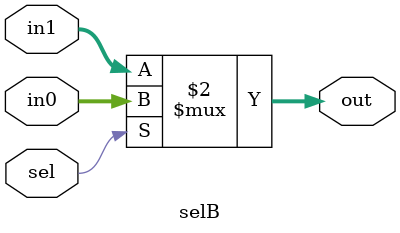
<source format=v>
module selB(in0, in1, sel, out);
	input[7:0] in0, in1;
	input sel;
	output reg [7:0] out;

	always@(in0 or in1 or sel)begin
		out <= (sel)? in0:in1;
	end
endmodule

</source>
